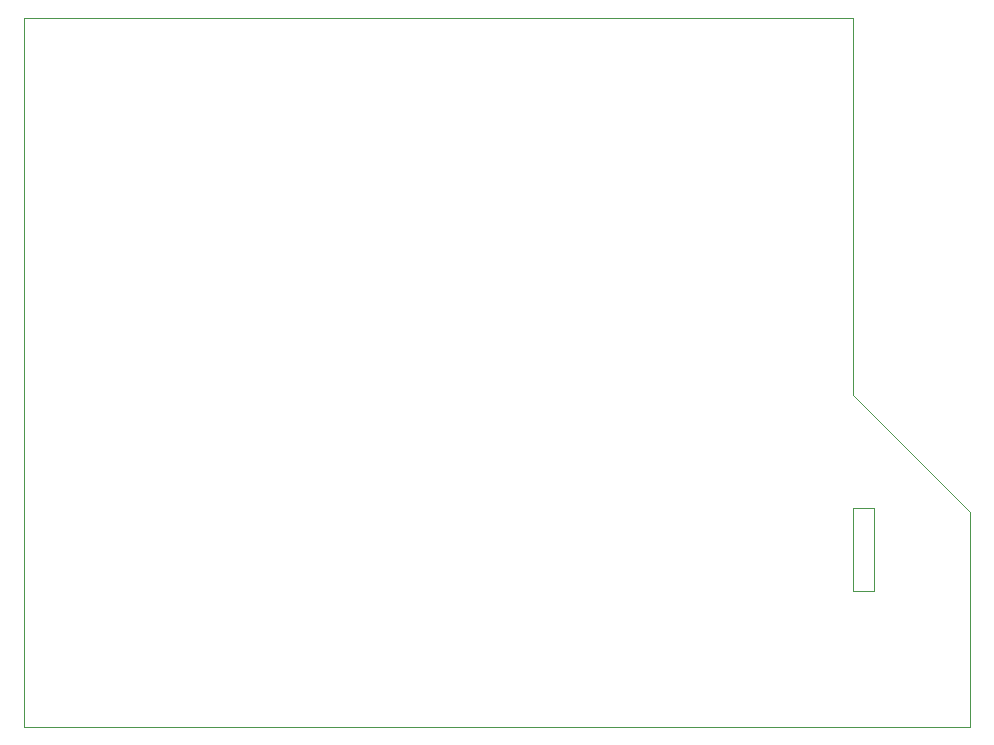
<source format=gbr>
%TF.GenerationSoftware,KiCad,Pcbnew,(6.0.5)*%
%TF.CreationDate,2023-01-23T15:27:27+00:00*%
%TF.ProjectId,ButtonKeyboard,42757474-6f6e-44b6-9579-626f6172642e,rev?*%
%TF.SameCoordinates,Original*%
%TF.FileFunction,Profile,NP*%
%FSLAX46Y46*%
G04 Gerber Fmt 4.6, Leading zero omitted, Abs format (unit mm)*
G04 Created by KiCad (PCBNEW (6.0.5)) date 2023-01-23 15:27:27*
%MOMM*%
%LPD*%
G01*
G04 APERTURE LIST*
%TA.AperFunction,Profile*%
%ADD10C,0.100000*%
%TD*%
G04 APERTURE END LIST*
D10*
X170180000Y-101500000D02*
X171980000Y-101500000D01*
X171980000Y-101500000D02*
X171980000Y-108500000D01*
X171980000Y-108500000D02*
X170180000Y-108500000D01*
X170180000Y-108500000D02*
X170180000Y-101500000D01*
X100000000Y-120000000D02*
X100000000Y-60000000D01*
X180086000Y-120000000D02*
X100000000Y-120000000D01*
X180086000Y-101854000D02*
X180086000Y-120000000D01*
X170180000Y-91948000D02*
X180086000Y-101854000D01*
X170180000Y-60000000D02*
X170180000Y-91948000D01*
X100000000Y-60000000D02*
X170180000Y-60000000D01*
M02*

</source>
